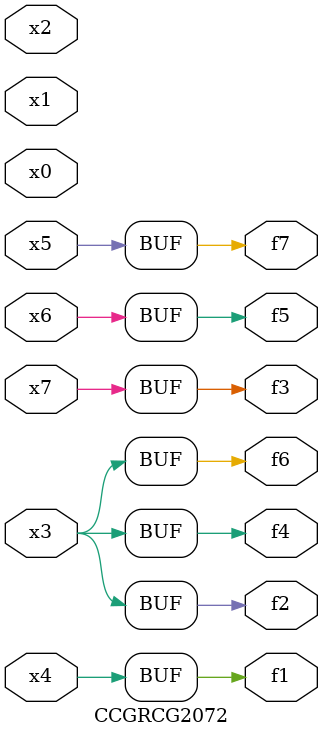
<source format=v>
module CCGRCG2072(
	input x0, x1, x2, x3, x4, x5, x6, x7,
	output f1, f2, f3, f4, f5, f6, f7
);
	assign f1 = x4;
	assign f2 = x3;
	assign f3 = x7;
	assign f4 = x3;
	assign f5 = x6;
	assign f6 = x3;
	assign f7 = x5;
endmodule

</source>
